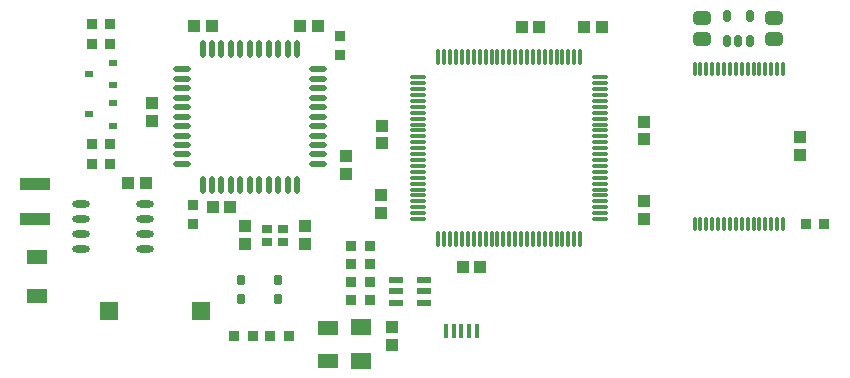
<source format=gtp>
G04*
G04 #@! TF.GenerationSoftware,Altium Limited,Altium Designer,21.0.8 (223)*
G04*
G04 Layer_Color=8421504*
%FSLAX25Y25*%
%MOIN*%
G70*
G04*
G04 #@! TF.SameCoordinates,8621C9AB-2149-4D62-AE91-D054FA90F696*
G04*
G04*
G04 #@! TF.FilePolarity,Positive*
G04*
G01*
G75*
%ADD18O,0.01181X0.05512*%
%ADD19R,0.04134X0.03937*%
%ADD20R,0.03543X0.03740*%
%ADD21R,0.02756X0.01968*%
%ADD22R,0.03937X0.04134*%
%ADD23R,0.09843X0.03937*%
%ADD24R,0.07087X0.05118*%
%ADD25O,0.05512X0.01181*%
%ADD26R,0.03740X0.03543*%
%ADD27O,0.05906X0.02362*%
%ADD28R,0.01772X0.05118*%
%ADD29O,0.01181X0.04724*%
G04:AMPARAMS|DCode=30|XSize=31.5mil|YSize=29.53mil|CornerRadius=7.38mil|HoleSize=0mil|Usage=FLASHONLY|Rotation=270.000|XOffset=0mil|YOffset=0mil|HoleType=Round|Shape=RoundedRectangle|*
%AMROUNDEDRECTD30*
21,1,0.03150,0.01476,0,0,270.0*
21,1,0.01673,0.02953,0,0,270.0*
1,1,0.01476,-0.00738,-0.00837*
1,1,0.01476,-0.00738,0.00837*
1,1,0.01476,0.00738,0.00837*
1,1,0.01476,0.00738,-0.00837*
%
%ADD30ROUNDEDRECTD30*%
%ADD31R,0.07087X0.05276*%
%ADD32O,0.02165X0.05906*%
%ADD33O,0.05906X0.02165*%
%ADD34R,0.05906X0.05906*%
%ADD35R,0.03543X0.03150*%
%ADD36R,0.04724X0.02362*%
G04:AMPARAMS|DCode=37|XSize=23.62mil|YSize=39.37mil|CornerRadius=5.91mil|HoleSize=0mil|Usage=FLASHONLY|Rotation=0.000|XOffset=0mil|YOffset=0mil|HoleType=Round|Shape=RoundedRectangle|*
%AMROUNDEDRECTD37*
21,1,0.02362,0.02756,0,0,0.0*
21,1,0.01181,0.03937,0,0,0.0*
1,1,0.01181,0.00591,-0.01378*
1,1,0.01181,-0.00591,-0.01378*
1,1,0.01181,-0.00591,0.01378*
1,1,0.01181,0.00591,0.01378*
%
%ADD37ROUNDEDRECTD37*%
G04:AMPARAMS|DCode=38|XSize=45.28mil|YSize=57.09mil|CornerRadius=11.32mil|HoleSize=0mil|Usage=FLASHONLY|Rotation=90.000|XOffset=0mil|YOffset=0mil|HoleType=Round|Shape=RoundedRectangle|*
%AMROUNDEDRECTD38*
21,1,0.04528,0.03445,0,0,90.0*
21,1,0.02264,0.05709,0,0,90.0*
1,1,0.02264,0.01722,0.01132*
1,1,0.02264,0.01722,-0.01132*
1,1,0.02264,-0.01722,-0.01132*
1,1,0.02264,-0.01722,0.01132*
%
%ADD38ROUNDEDRECTD38*%
%ADD39R,0.06890X0.04724*%
D18*
X169132Y58385D02*
D03*
X171100D02*
D03*
X175037D02*
D03*
X177006D02*
D03*
X188816Y119015D02*
D03*
X192754D02*
D03*
X151415D02*
D03*
X149446D02*
D03*
X153384D02*
D03*
X157320D02*
D03*
X167163D02*
D03*
X171100D02*
D03*
X177006D02*
D03*
X151415Y58385D02*
D03*
X147478D02*
D03*
X178974Y119015D02*
D03*
X184880D02*
D03*
X190785D02*
D03*
X186848D02*
D03*
X175037D02*
D03*
X161258D02*
D03*
X169132D02*
D03*
X155352D02*
D03*
X161258Y58385D02*
D03*
X165194D02*
D03*
X149446D02*
D03*
X167163D02*
D03*
X180942Y119015D02*
D03*
X163226D02*
D03*
X165194D02*
D03*
X147478D02*
D03*
X159289D02*
D03*
X173068D02*
D03*
X182911D02*
D03*
X194722D02*
D03*
Y58385D02*
D03*
X192754D02*
D03*
X190785D02*
D03*
X188816D02*
D03*
X186848D02*
D03*
X184880D02*
D03*
X182911D02*
D03*
X180942D02*
D03*
X178974D02*
D03*
X173068D02*
D03*
X163226D02*
D03*
X159289D02*
D03*
X157320D02*
D03*
X155352D02*
D03*
X153384D02*
D03*
D19*
X49953Y77076D02*
D03*
X44047D02*
D03*
X72198Y69000D02*
D03*
X78104D02*
D03*
X107368Y129495D02*
D03*
X101462D02*
D03*
X66000Y129500D02*
D03*
X71905D02*
D03*
X155547Y49000D02*
D03*
X161453D02*
D03*
X196100Y129134D02*
D03*
X202006D02*
D03*
X181100D02*
D03*
X175195D02*
D03*
D20*
X31850Y130000D02*
D03*
X38150D02*
D03*
X38150Y90000D02*
D03*
X31850D02*
D03*
X38150Y83500D02*
D03*
X31850D02*
D03*
X31850Y123500D02*
D03*
X38150D02*
D03*
X124650Y56000D02*
D03*
X118350D02*
D03*
X85500Y26000D02*
D03*
X79201D02*
D03*
X91350D02*
D03*
X97650D02*
D03*
X124650Y50000D02*
D03*
X118350D02*
D03*
X124650Y44000D02*
D03*
X118350D02*
D03*
X124650Y38000D02*
D03*
X118350D02*
D03*
X276150Y63500D02*
D03*
X269850D02*
D03*
D21*
X31063Y113500D02*
D03*
X38937Y117240D02*
D03*
Y109760D02*
D03*
Y96260D02*
D03*
Y103740D02*
D03*
X31063Y100000D02*
D03*
D22*
X52000Y97835D02*
D03*
Y103740D02*
D03*
X116500Y80094D02*
D03*
Y86000D02*
D03*
X82998Y56747D02*
D03*
Y62653D02*
D03*
X102998Y56747D02*
D03*
Y62653D02*
D03*
X132000Y29000D02*
D03*
Y23095D02*
D03*
X268000Y86547D02*
D03*
Y92453D02*
D03*
X128600Y90294D02*
D03*
Y96200D02*
D03*
X128378Y72953D02*
D03*
Y67047D02*
D03*
X216068Y65047D02*
D03*
Y70953D02*
D03*
X216100Y91653D02*
D03*
Y97558D02*
D03*
D23*
X13000Y76906D02*
D03*
Y65095D02*
D03*
D24*
X110500Y28764D02*
D03*
Y17740D02*
D03*
D25*
X140785Y110354D02*
D03*
Y72952D02*
D03*
Y90668D02*
D03*
Y92637D02*
D03*
Y94605D02*
D03*
Y100511D02*
D03*
Y102480D02*
D03*
Y74920D02*
D03*
Y78857D02*
D03*
Y76889D02*
D03*
Y104448D02*
D03*
Y108385D02*
D03*
Y112322D02*
D03*
Y106416D02*
D03*
Y70983D02*
D03*
Y84763D02*
D03*
Y67046D02*
D03*
Y80826D02*
D03*
Y82794D02*
D03*
Y86731D02*
D03*
Y65078D02*
D03*
Y69015D02*
D03*
Y88700D02*
D03*
Y96574D02*
D03*
Y98542D02*
D03*
X201415Y112322D02*
D03*
Y110354D02*
D03*
Y108385D02*
D03*
Y106416D02*
D03*
Y104448D02*
D03*
Y102480D02*
D03*
Y100511D02*
D03*
Y98542D02*
D03*
Y96574D02*
D03*
Y94605D02*
D03*
Y92637D02*
D03*
Y90668D02*
D03*
Y88700D02*
D03*
Y86731D02*
D03*
Y84763D02*
D03*
Y82794D02*
D03*
Y80826D02*
D03*
Y78857D02*
D03*
Y76889D02*
D03*
Y74920D02*
D03*
Y72952D02*
D03*
Y70983D02*
D03*
Y69015D02*
D03*
Y67046D02*
D03*
Y65078D02*
D03*
D26*
X114500Y119850D02*
D03*
Y126150D02*
D03*
X65500Y69650D02*
D03*
Y63350D02*
D03*
D27*
X49630Y55000D02*
D03*
Y60000D02*
D03*
Y65000D02*
D03*
Y70000D02*
D03*
X28370Y55000D02*
D03*
Y60000D02*
D03*
Y65000D02*
D03*
Y70000D02*
D03*
D28*
X150000Y27917D02*
D03*
X152559D02*
D03*
X155118D02*
D03*
X157677D02*
D03*
X160236D02*
D03*
D29*
X232836Y63413D02*
D03*
X234805D02*
D03*
X236773D02*
D03*
X238742D02*
D03*
X240710D02*
D03*
X242679D02*
D03*
X244647D02*
D03*
X246616D02*
D03*
X248584D02*
D03*
X250553D02*
D03*
X252521D02*
D03*
X254490D02*
D03*
X256458D02*
D03*
X258427D02*
D03*
X260395D02*
D03*
X262364D02*
D03*
X232836Y114987D02*
D03*
X234805D02*
D03*
X236773D02*
D03*
X238742D02*
D03*
X240710D02*
D03*
X242679D02*
D03*
X244647D02*
D03*
X246616D02*
D03*
X248584D02*
D03*
X250553D02*
D03*
X252521D02*
D03*
X254490D02*
D03*
X256458D02*
D03*
X258427D02*
D03*
X260395D02*
D03*
X262364D02*
D03*
D30*
X94000Y44650D02*
D03*
Y38350D02*
D03*
X81500Y44650D02*
D03*
Y38350D02*
D03*
D31*
X121500Y29000D02*
D03*
Y17740D02*
D03*
D32*
X94049Y76562D02*
D03*
X90899D02*
D03*
X87750D02*
D03*
X97198D02*
D03*
X94049Y121838D02*
D03*
X100348Y76562D02*
D03*
X68852Y121838D02*
D03*
X72002D02*
D03*
X75151D02*
D03*
X78301D02*
D03*
X81450D02*
D03*
X84600D02*
D03*
X87750D02*
D03*
X90899D02*
D03*
X97198D02*
D03*
X100348D02*
D03*
X84600Y76562D02*
D03*
X81450D02*
D03*
X78301D02*
D03*
X75151D02*
D03*
X72002D02*
D03*
X68852D02*
D03*
D33*
X107238Y92901D02*
D03*
Y114948D02*
D03*
X61962D02*
D03*
X107238Y96050D02*
D03*
Y105499D02*
D03*
Y108649D02*
D03*
Y111798D02*
D03*
X61962Y92901D02*
D03*
X107238Y102350D02*
D03*
Y99200D02*
D03*
Y89751D02*
D03*
Y86602D02*
D03*
Y83452D02*
D03*
X61962D02*
D03*
Y86602D02*
D03*
Y89751D02*
D03*
Y96050D02*
D03*
Y99200D02*
D03*
Y102350D02*
D03*
Y105499D02*
D03*
Y108649D02*
D03*
Y111798D02*
D03*
D34*
X68354Y34500D02*
D03*
X37646D02*
D03*
D35*
X95754Y61865D02*
D03*
Y57535D02*
D03*
X90242D02*
D03*
Y61865D02*
D03*
D36*
X142528Y37260D02*
D03*
Y41000D02*
D03*
Y44740D02*
D03*
X133472D02*
D03*
Y41000D02*
D03*
Y37260D02*
D03*
D37*
X243737Y124327D02*
D03*
X247477D02*
D03*
X251218D02*
D03*
X243737Y132673D02*
D03*
X251218D02*
D03*
D38*
X235477Y132043D02*
D03*
Y124957D02*
D03*
X259477D02*
D03*
Y132043D02*
D03*
D39*
X13500Y39504D02*
D03*
Y52496D02*
D03*
M02*

</source>
